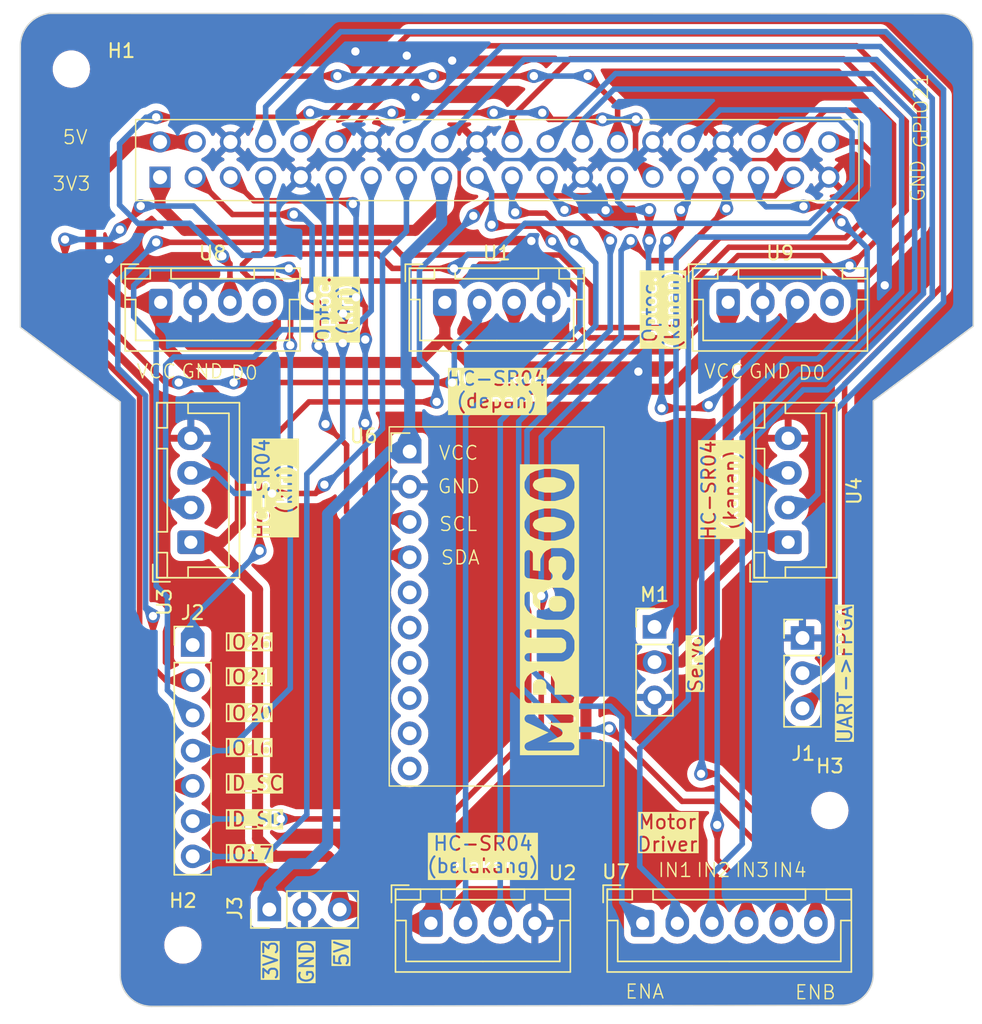
<source format=kicad_pcb>
(kicad_pcb (version 20221018) (generator pcbnew)
  (layers (0 "F.Cu" signal) (31 "B.Cu" signal) (34 "B.Paste" user) (35 "F.Paste" user) (36 "B.SilkS" user "B.Silkscreen") (37 "F.SilkS" user "F.Silkscreen") (38 "B.Mask" user) (39 "F.Mask" user) (44 "Edge.Cuts" user))
  (net 0 "")
  (net 1 "GND")
  (net 2 "IO14")
  (net 3 "IO15")
  (net 4 "IO26")
  (net 5 "IO21")
  (net 6 "IO20")
  (net 7 "IO16")
  (net 8 "ID_SC")
  (net 9 "ID_SD")
  (net 10 "IO17")
  (net 11 "+3V3")
  (net 12 "+5V")
  (net 13 "IO12")
  (net 14 "IO4")
  (net 15 "IO18")
  (net 16 "IO10")
  (net 17 "IO9")
  (net 18 "IO27")
  (net 19 "IO22")
  (net 20 "IO23")
  (net 21 "IO24")
  (net 22 "IO2")
  (net 23 "IO3")
  (net 24 "IO25")
  (net 25 "IO11")
  (net 26 "IO8")
  (net 27 "IO7")
  (net 28 "IO5")
  (net 29 "IO6")
  (net 30 "IO13")
  (net 31 "IO19")
  (footprint "MountingHole:MountingHole_2.2mm_M2" (layer "F.Cu") (at 100.33 124.7394)
    (fp_text reference "H2")
    (fp_text value "MountingHole")
  )
  (footprint "Connector_PinHeader_2.54mm:PinHeader_1x03_P2.54mm_Vertical" (layer "F.Cu") (at 134.3632 101.7966)
    (fp_text reference "M1")
    (fp_text value "Motor_Servo")
  )
  (footprint "RobotEvakuasiGempa_footprints:MODULE_RASPBERRY_PI_4B_4GB_Flat_Ribbon_Cable" (layer "F.Cu") (at 132.809 92.5974)
    (fp_text reference "U5" hide)
    (fp_text value "RASPBERRY_PI_4B_4GB" hide)
  )
  (footprint "Connector_PinHeader_2.54mm:PinHeader_1x03_P2.54mm_Vertical" (layer "F.Cu") (at 106.5624 122.1778 90)
    (fp_text reference "J3")
    (fp_text value "Conn_01x03")
  )
  (footprint "Connector_PinHeader_2.54mm:PinHeader_1x03_P2.54mm_Vertical" (layer "F.Cu") (at 145.0406 102.5944)
    (fp_text reference "J1")
    (fp_text value "Conn_01x03")
  )
  (footprint "RobotEvakuasiGempa_footprints:L298N" (layer "F.Cu") (at 133.5072 123.1716)
    (fp_text reference "U7")
    (fp_text value "~")
  )
  (footprint "MountingHole:MountingHole_2.2mm_M2" (layer "F.Cu") (at 92.2782 61.5696)
    (fp_text reference "H1")
    (fp_text value "MountingHole")
  )
  (footprint "Connector_JST:JST_XH_B4B-XH-A_1x04_P2.50mm_Vertical" (layer "F.Cu") (at 100.901 95.6926 90)
    (fp_text reference "U3")
    (fp_text value "~")
  )
  (footprint "Connector_JST:JST_XH_B4B-XH-A_1x04_P2.50mm_Vertical" (layer "F.Cu") (at 118.2292 123.1716)
    (fp_text reference "U2")
    (fp_text value "~")
  )
  (footprint "RobotEvakuasiGempa_footprints:Sensor Optocoupler" (layer "F.Cu") (at 139.6742 78.3928)
    (fp_text reference "U9")
    (fp_text value "~")
  )
  (footprint "RobotEvakuasiGempa_footprints:MPU-6500" (layer "F.Cu") (at 116.6927 89.1512)
    (fp_text reference "U6")
    (fp_text value "~")
  )
  (footprint "Connector_JST:JST_XH_B4B-XH-A_1x04_P2.50mm_Vertical" (layer "F.Cu") (at 119.2292 78.3928)
    (fp_text reference "U1")
    (fp_text value "~")
  )
  (footprint "Connector_JST:JST_XH_B4B-XH-A_1x04_P2.50mm_Vertical" (layer "F.Cu") (at 144.0058 95.6926 90)
    (fp_text reference "U4")
    (fp_text value "~")
  )
  (footprint "RobotEvakuasiGempa_footprints:Sensor Optocoupler" (layer "F.Cu") (at 98.7232 78.3928)
    (fp_text reference "U8")
    (fp_text value "~")
  )
  (footprint "MountingHole:MountingHole_2.2mm_M2" (layer "F.Cu") (at 147.0152 115.0366)
    (fp_text reference "H3")
    (fp_text value "MountingHole")
  )
  (footprint "Connector_PinHeader_2.54mm:PinHeader_1x07_P2.54mm_Vertical" (layer "F.Cu") (at 101.0346 103.1024)
    (fp_text reference "J2")
    (fp_text value "Conn_01x07")
  )
  (gr_arc (start 88.597385 59.917971) (mid 89.198057 58.338571) (end 90.696462 57.557485) (stroke (width 0.1)) (layer "Edge.Cuts"))
  (gr_line (start 95.809892 85.573685) (end 95.8088 126.8984) (stroke (width 0.1)) (layer "Edge.Cuts"))
  (gr_line (start 157.361015 59.841771) (end 157.3632 80.1116) (stroke (width 0.1)) (layer "Edge.Cuts"))
  (gr_line (start 147.889 129.0828) (end 98.0694 129.159) (stroke (width 0.1)) (layer "Edge.Cuts"))
  (gr_arc (start 150.1496 126.8222) (mid 149.487486 128.420686) (end 147.889 129.0828) (stroke (width 0.1)) (layer "Edge.Cuts"))
  (gr_line (start 90.696462 57.557485) (end 155.100415 57.581171) (stroke (width 0.1)) (layer "Edge.Cuts"))
  (gr_line (start 88.5952 80.1878) (end 95.809892 85.573685) (stroke (width 0.1)) (layer "Edge.Cuts"))
  (gr_arc (start 155.100415 57.581171) (mid 156.698901 58.243285) (end 157.361015 59.841771) (stroke (width 0.1)) (layer "Edge.Cuts"))
  (gr_line (start 157.3632 80.1116) (end 150.148508 85.497485) (stroke (width 0.1)) (layer "Edge.Cuts"))
  (gr_line (start 88.597385 59.917971) (end 88.5952 80.1878) (stroke (width 0.1)) (layer "Edge.Cuts"))
  (gr_line (start 150.148508 85.497485) (end 150.1496 126.8222) (stroke (width 0.1)) (layer "Edge.Cuts"))
  (gr_arc (start 98.0694 129.159) (mid 96.470914 128.496886) (end 95.8088 126.8984) (stroke (width 0.1)) (layer "Edge.Cuts"))
  (gr_text "GND" (at 109.8494 127.594314 90) (layer "F.SilkS" knockout) (effects (font (size 1 1)) (justify left bottom)))
  (gr_text "HC-SR04\n(kiri)" (at 108.267 91.8248 90) (layer "F.SilkS" knockout) (effects (font (size 1 1)) (justify bottom)))
  (gr_text "Servo" (at 137.9192 104.4486 90) (layer "F.SilkS" knockout) (effects (font (size 1 1)) (justify bottom)))
  (gr_text "HC-SR04\n(kanan)" (at 140.4752 91.942601 90) (layer "F.SilkS" knockout) (effects (font (size 1 1)) (justify bottom)))
  (gr_text "IO26" (at 103.2764 103.505) (layer "F.SilkS" knockout) (effects (font (size 1 1)) (justify left bottom)))
  (gr_text "IO21" (at 103.2764 106.0196) (layer "F.SilkS" knockout) (effects (font (size 1 1)) (justify left bottom)))
  (gr_text "IO16" (at 103.2764 111.125) (layer "F.SilkS" knockout) (effects (font (size 1 1)) (justify left bottom)))
  (gr_text "Optoc.\n(kanan)" (at 136.2198 78.9178 90) (layer "F.SilkS" knockout) (effects (font (size 1 1)) (justify bottom)))
  (gr_text "Motor\nDriver" (at 135.2964 118.063) (layer "F.SilkS" knockout) (effects (font (size 1 1)) (justify bottom)))
  (gr_text "IO20" (at 103.2764 108.6104) (layer "F.SilkS" knockout) (effects (font (size 1 1)) (justify left bottom)))
  (gr_text "ID_SC" (at 103.2764 113.665) (layer "F.SilkS" knockout) (effects (font (size 1 1)) (justify left bottom)))
  (gr_text "ID_SD" (at 103.2764 116.2558) (layer "F.SilkS" knockout) (effects (font (size 1 1)) (justify left bottom)))
  (gr_text "IO17" (at 103.2764 118.7704) (layer "F.SilkS" knockout) (effects (font (size 1 1)) (justify left bottom)))
  (gr_text "UART->FPGA" (at 148.6982 105.2106 90) (layer "F.SilkS" knockout) (effects (font (size 1 1)) (justify bottom)))
  (gr_text "HC-SR04\n(belakang)" (at 121.9792 119.6156) (layer "F.SilkS" knockout) (effects (font (size 1 1)) (justify bottom)))
  (gr_text "Optoc.\n(kiri)" (at 112.6748 78.917801 90) (layer "F.SilkS" knockout) (effects (font (size 1 1)) (justify bottom)))
  (gr_text "HC-SR04\n(depan)" (at 122.9792 86.089) (layer "F.SilkS" knockout) (effects (font (size 1 1)) (justify bottom)))
  (gr_text "3V3" (at 107.2586 127.3086 90) (layer "F.SilkS" knockout) (effects (font (size 1 1)) (justify left bottom)))
  (gr_text "5V" (at 112.364 126.356219 90) (layer "F.SilkS" knockout) (effects (font (size 1 1)) (justify left bottom)))
  (segment (start 125.476 73.9648) (end 120.904 73.9648) (width 0.25) (layer "F.Cu") (net 1))
  (segment (start 120.142 73.2028) (end 120.142 70.5104) (width 0.25) (layer "F.Cu") (net 1))
  (segment (start 146.939 69.3674) (end 145.669 68.0974) (width 0.25) (layer "F.Cu") (net 1))
  (segment (start 145.669 68.0974) (end 140.589 68.0974) (width 0.25) (layer "F.Cu") (net 1))
  (segment (start 120.904 73.9648) (end 120.142 73.2028) (width 0.25) (layer "F.Cu") (net 1))
  (segment (start 120.269 68.0974) (end 121.539 66.8274) (width 0.25) (layer "F.Cu") (net 1))
  (segment (start 120.269 70.3834) (end 120.269 68.0974) (width 0.25) (layer "F.Cu") (net 1))
  (segment (start 140.589 68.0974) (end 139.319 66.8274) (width 0.25) (layer "F.Cu") (net 1))
  (segment (start 120.142 70.5104) (end 120.269 70.3834) (width 0.25) (layer "F.Cu") (net 1))
  (via (at 150.9776 77.1652) (size 1) (drill 0.6) (layers "F.Cu" "B.Cu") (net 1))
  (via (at 119.761 60.96) (size 1) (drill 0.6) (layers "F.Cu" "B.Cu") (net 1))
  (via (at 130.8354 71.755) (size 1) (drill 0.6) (layers "F.Cu" "B.Cu") (net 1))
  (via (at 133.1976 83.3882) (size 1) (drill 0.6) (layers "F.Cu" "B.Cu") (net 1))
  (via (at 94.996 75.2856) (size 1) (drill 0.6) (layers "F.Cu" "B.Cu") (net 1))
  (via (at 112.776 60.2996) (size 1) (drill 0.6) (layers "F.Cu" "B.Cu") (net 1))
  (via (at 125.476 73.9648) (size 1) (drill 0.6) (layers "F.Cu" "B.Cu") (net 1))
  (via (at 117.1194 63.6016) (size 1) (drill 0.6) (layers "F.Cu" "B.Cu") (net 1))
  (via (at 116.4844 60.6044) (size 1) (drill 0.6) (layers "F.Cu" "B.Cu") (net 1))
  (segment (start 108.839 69.3674) (end 107.569 68.0974) (width 0.25) (layer "B.Cu") (net 1))
  (segment (start 121.4882 66.8274) (end 121.539 66.8274) (width 0.25) (layer "B.Cu") (net 1))
  (segment (start 121.6406 66.8274) (end 121.539 66.8274) (width 0.25) (layer "B.Cu") (net 1))
  (segment (start 107.569 68.0974) (end 105.029 68.0974) (width 0.25) (layer "B.Cu") (net 1))
  (segment (start 112.649 68.0974) (end 110.109 68.0974) (width 0.25) (layer "B.Cu") (net 1))
  (segment (start 105.029 68.0974) (end 103.759 66.8274) (width 0.25) (layer "B.Cu") (net 1))
  (segment (start 129.159 69.3674) (end 130.3782 68.1482) (width 0.25) (layer "B.Cu") (net 1))
  (segment (start 120.1928 68.1228) (end 121.4882 66.8274) (width 0.25) (layer "B.Cu") (net 1))
  (segment (start 132.9182 68.1482) (end 134.239 66.8274) (width 0.25) (layer "B.Cu") (net 1))
  (segment (start 127.889 68.0974) (end 122.9106 68.0974) (width 0.25) (layer "B.Cu") (net 1))
  (segment (start 113.919 66.8274) (end 112.649 68.0974) (width 0.25) (layer "B.Cu") (net 1))
  (segment (start 122.9106 68.0974) (end 121.6406 66.8274) (width 0.25) (layer "B.Cu") (net 1))
  (segment (start 113.919 66.8274) (end 115.2144 68.1228) (width 0.25) (layer "B.Cu") (net 1))
  (segment (start 115.2144 68.1228) (end 120.1928 68.1228) (width 0.25) (layer "B.Cu") (net 1))
  (segment (start 130.3782 68.1482) (end 132.9182 68.1482) (width 0.25) (layer "B.Cu") (net 1))
  (segment (start 110.109 68.0974) (end 108.839 69.3674) (width 0.25) (layer "B.Cu") (net 1))
  (segment (start 129.159 69.3674) (end 127.889 68.0974) (width 0.25) (layer "B.Cu") (net 1))
  (segment (start 155.2194 63.0428) (end 155.2194 78.3844) (width 0.4) (layer "B.Cu") (net 2))
  (segment (start 151.0538 58.8772) (end 155.2194 63.0428) (width 0.4) (layer "B.Cu") (net 2))
  (segment (start 155.2194 78.3844) (end 147.3962 86.2076) (width 0.4) (layer "B.Cu") (net 2))
  (segment (start 146.3256 105.1344) (end 145.0406 105.1344) (width 0.4) (layer "B.Cu") (net 2))
  (segment (start 147.3962 86.2076) (end 147.3962 104.0638) (width 0.4) (layer "B.Cu") (net 2))
  (segment (start 111.7092 58.8772) (end 151.0538 58.8772) (width 0.4) (layer "B.Cu") (net 2))
  (segment (start 106.299 66.8274) (end 106.299 64.2874) (width 0.4) (layer "B.Cu") (net 2))
  (segment (start 106.299 64.2874) (end 111.7092 58.8772) (width 0.4) (layer "B.Cu") (net 2))
  (segment (start 147.3962 104.0638) (end 146.3256 105.1344) (width 0.4) (layer "B.Cu") (net 2))
  (segment (start 150.6474 59.0296) (end 155.1178 63.5) (width 0.4) (layer "F.Cu") (net 3))
  (segment (start 148.082 84.2772) (end 148.082 104.633) (width 0.4) (layer "F.Cu") (net 3))
  (segment (start 155.1178 77.2414) (end 148.082 84.2772) (width 0.4) (layer "F.Cu") (net 3))
  (segment (start 155.1178 63.5) (end 155.1178 77.2414) (width 0.4) (layer "F.Cu") (net 3))
  (segment (start 116.6368 59.0296) (end 150.6474 59.0296) (width 0.4) (layer "F.Cu") (net 3))
  (segment (start 108.839 66.8274) (end 116.6368 59.0296) (width 0.4) (layer "F.Cu") (net 3))
  (segment (start 148.082 104.633) (end 145.0406 107.6744) (width 0.4) (layer "F.Cu") (net 3))
  (segment (start 105.8418 89.154) (end 105.8672 96.3168) (width 0.4) (layer "F.Cu") (net 4))
  (segment (start 118.6434 85.5726) (end 109.4232 85.5726) (width 0.4) (layer "F.Cu") (net 4))
  (segment (start 122.7328 70.7136) (end 143.0528 70.7136) (width 0.4) (layer "F.Cu") (net 4))
  (segment (start 109.4232 85.5726) (end 105.8418 89.154) (width 0.4) (layer "F.Cu") (net 4))
  (segment (start 121.285 72.1614) (end 122.7328 70.7136) (width 0.4) (layer "F.Cu") (net 4))
  (segment (start 143.0528 70.7136) (end 144.399 69.3674) (width 0.4) (layer "F.Cu") (net 4))
  (via (at 121.285 72.1614) (size 1) (drill 0.6) (layers "F.Cu" "B.Cu") (net 4))
  (via (at 118.6434 85.5726) (size 1) (drill 0.6) (layers "F.Cu" "B.Cu") (net 4))
  (via (at 105.8672 96.3168) (size 1) (drill 0.6) (layers "F.Cu" "B.Cu") (net 4))
  (segment (start 117.3988 82.4738) (end 118.6434 83.7184) (width 0.4) (layer "B.Cu") (net 4))
  (segment (start 121.285 72.1614) (end 117.3988 76.0476) (width 0.4) (layer "B.Cu") (net 4))
  (segment (start 117.3988 76.0476) (end 117.3988 82.4738) (width 0.4) (layer "B.Cu") (net 4))
  (segment (start 105.8672 96.3168) (end 101.0346 101.1494) (width 0.4) (layer "B.Cu") (net 4))
  (segment (start 101.0346 101.1494) (end 101.0346 103.1024) (width 0.4) (layer "B.Cu") (net 4))
  (segment (start 118.6434 83.7184) (end 118.6434 85.5726) (width 0.4) (layer "B.Cu") (net 4))
  (segment (start 136.6012 79.375) (end 136.6012 76.2) (width 0.4) (layer "F.Cu") (net 5))
  (segment (start 130.1496 80.2132) (end 135.763 80.2132) (width 0.4) (layer "F.Cu") (net 5))
  (segment (start 127.5334 74.9808) (end 129.794 77.2414) (width 0.4) (layer "F.Cu") (net 5))
  (segment (start 129.794 79.8576) (end 130.1496 80.2132) (width 0.4) (layer "F.Cu") (net 5))
  (segment (start 115.2144 74.0664) (end 116.1288 74.9808) (width 0.4) (layer "F.Cu") (net 5))
  (segment (start 99.1108 105.664) (end 101.013 105.664) (width 0.4) (layer "F.Cu") (net 5))
  (segment (start 98.171 104.7242) (end 99.1108 105.664) (width 0.4) (layer "F.Cu") (net 5))
  (segment (start 135.763 80.2132) (end 136.6012 79.375) (width 0.4) (layer "F.Cu") (net 5))
  (segment (start 150.622 68.2244) (end 149.225 66.8274) (width 0.4) (layer "F.Cu") (net 5))
  (segment (start 129.794 77.2414) (end 129.794 79.8576) (width 0.4) (layer "F.Cu") (net 5))
  (segment (start 139.065 73.7362) (end 148.1328 73.7362) (width 0.4) (layer "F.Cu") (net 5))
  (segment (start 150.622 71.247) (end 150.622 68.2244) (width 0.4) (layer "F.Cu") (net 5))
  (segment (start 98.171 101.0158) (end 98.171 104.7242) (width 0.4) (layer "F.Cu") (net 5))
  (segment (start 136.6012 76.2) (end 139.065 73.7362) (width 0.4) (layer "F.Cu") (net 5))
  (segment (start 149.225 66.8274) (end 146.939 66.8274) (width 0.4) (layer "F.Cu") (net 5))
  (segment (start 98.3996 74.0664) (end 115.2144 74.0664) (width 0.4) (layer "F.Cu") (net 5))
  (segment (start 101.013 105.664) (end 101.0346 105.6424) (width 0.4) (layer "F.Cu") (net 5))
  (segment (start 116.1288 74.9808) (end 127.5334 74.9808) (width 0.4) (layer "F.Cu") (net 5))
  (segment (start 148.1328 73.7362) (end 150.622 71.247) (width 0.4) (layer "F.Cu") (net 5))
  (via (at 98.3996 74.0664) (size 1) (drill 0.6) (layers "F.Cu" "B.Cu") (net 5))
  (via (at 98.171 101.0158) (size 1) (drill 0.6) (layers "F.Cu" "B.Cu") (net 5))
  (segment (start 95.631 83.1088) (end 95.631 76.835) (width 0.4) (layer "B.Cu") (net 5))
  (segment (start 98.171 101.0158) (end 97.6376 100.4824) (width 0.4) (layer "B.Cu") (net 5))
  (segment (start 97.6376 100.4824) (end 97.6376 85.1154) (width 0.4) (layer "B.Cu") (net 5))
  (segment (start 97.6376 85.1154) (end 95.631 83.1088) (width 0.4) (layer "B.Cu") (net 5))
  (segment (start 95.631 76.835) (end 98.3996 74.0664) (width 0.4) (layer "B.Cu") (net 5))
  (segment (start 108.8898 76.8604) (end 120.5484 76.8604) (width 0.4) (layer "F.Cu") (net 6))
  (segment (start 146.685 64.5414) (end 144.399 66.8274) (width 0.4) (layer "F.Cu") (net 6))
  (segment (start 121.7676 75.6412) (end 126.9238 75.6412) (width 0.4) (layer "F.Cu") (net 6))
  (segment (start 148.4376 74.422) (end 151.6126 71.247) (width 0.4) (layer "F.Cu") (net 6))
  (segment (start 120.5484 76.8604) (end 121.7676 75.6412) (width 0.4) (layer "F.Cu") (net 6))
  (segment (start 128.905 80.264) (end 128.9431 80.2259) (width 0.4) (layer "F.Cu") (net 6))
  (segment (start 139.7254 74.422) (end 148.4376 74.422) (width 0.4) (layer "F.Cu") (net 6))
  (segment (start 129.667 80.9498) (end 135.9154 80.9498) (width 0.4) (layer "F.Cu") (net 6))
  (segment (start 107.9754 75.946) (end 108.8898 76.8604) (width 0.4) (layer "F.Cu") (net 6))
  (segment (start 137.3124 79.5528) (end 137.3124 76.835) (width 0.4) (layer "F.Cu") (net 6))
  (segment (start 128.9431 80.2259) (end 129.667 80.9498) (width 0.4) (layer "F.Cu") (net 6))
  (segment (start 151.6126 71.247) (end 151.6126 65.5828) (width 0.4) (layer "F.Cu") (net 6))
  (segment (start 151.6126 65.5828) (end 150.5712 64.5414) (width 0.4) (layer "F.Cu") (net 6))
  (segment (start 135.9154 80.9498) (end 137.3124 79.5528) (width 0.4) (layer "F.Cu") (net 6))
  (segment (start 128.905 77.6224) (end 128.905 80.264) (width 0.4) (layer "F.Cu") (net 6))
  (segment (start 137.3124 76.835) (end 139.7254 74.422) (width 0.4) (layer "F.Cu") (net 6))
  (segment (start 150.5712 64.5414) (end 146.685 64.5414) (width 0.4) (layer "F.Cu") (net 6))
  (segment (start 126.9238 75.6412) (end 128.905 77.6224) (width 0.4) (layer "F.Cu") (net 6))
  (via (at 107.9754 75.946) (size 1) (drill 0.6) (layers "F.Cu" "B.Cu") (net 6))
  (segment (start 99.2124 106.3602) (end 101.0346 108.1824) (width 0.4) (layer "B.Cu") (net 6))
  (segment (start 96.774 79.4258) (end 98.3996 81.0514) (width 0.4) (layer "B.Cu") (net 6))
  (segment (start 97.9932 75.9714) (end 96.774 77.1906) (width 0.4) (layer "B.Cu") (net 6))
  (segment (start 99.2124 99.6538) (end 99.2124 106.3602) (width 0.4) (layer "B.Cu") (net 6))
  (segment (start 107.9754 75.946) (end 107.95 75.9714) (width 0.4) (layer "B.Cu") (net 6))
  (segment (start 96.774 77.1906) (end 96.774 79.4258) (width 0.4) (layer "B.Cu") (net 6))
  (segment (start 98.3996 81.0514) (end 98.3996 98.841) (width 0.4) (layer "B.Cu") (net 6))
  (segment (start 98.3996 98.841) (end 99.2124 99.6538) (width 0.4) (layer "B.Cu") (net 6))
  (segment (start 107.95 75.9714) (end 97.9932 75.9714) (width 0.4) (layer "B.Cu") (net 6))
  (segment (start 114.4016 74.9046) (end 115.443 75.946) (width 0.4) (layer "F.Cu") (net 7))
  (segment (start 115.443 75.946) (end 119.888 75.946) (width 0.4) (layer "F.Cu") (net 7))
  (segment (start 108.1024 80.6196) (end 108.1024 77.6478) (width 0.4) (layer "F.Cu") (net 7))
  (segment (start 105.1814 76.6826) (end 104.6226 76.1238) (width 0.4) (layer "F.Cu") (net 7))
  (segment (start 105.41 74.9046) (end 114.4016 74.9046) (width 0.4) (layer "F.Cu") (net 7))
  (segment (start 104.6226 75.692) (end 105.41 74.9046) (width 0.4) (layer "F.Cu") (net 7))
  (segment (start 108.1024 77.6478) (end 107.1372 76.6826) (width 0.4) (layer "F.Cu") (net 7))
  (segment (start 108.077 81.4832) (end 108.077 80.645) (width 0.4) (layer "F.Cu") (net 7))
  (segment (start 108.077 80.645) (end 108.1024 80.6196) (width 0.4) (layer "F.Cu") (net 7))
  (segment (start 107.1372 76.6826) (end 105.1814 76.6826) (width 0.4) (layer "F.Cu") (net 7))
  (segment (start 104.6226 76.1238) (end 104.6226 75.692) (width 0.4) (layer "F.Cu") (net 7))
  (via (at 119.888 75.946) (size 1) (drill 0.6) (layers "F.Cu" "B.Cu") (net 7))
  (via (at 108.077 81.4832) (size 1) (drill 0.6) (layers "F.Cu" "B.Cu") (net 7))
  (segment (start 119.888 75.946) (end 120.904 74.93) (width 0.4) (layer "B.Cu") (net 7))
  (segment (start 143.4846 65.2018) (end 141.859 66.8274) (width 0.4) (layer "B.Cu") (net 7))
  (segment (start 103.5774 110.7224) (end 101.0346 110.7224) (width 0.4) (layer "B.Cu") (net 7))
  (segment (start 122.7836 74.93) (end 125.0188 72.6948) (width 0.4) (layer "B.Cu") (net 7))
  (segment (start 145.542 72.6948) (end 148.6154 69.6214) (width 0.4) (layer "B.Cu") (net 7))
  (segment (start 148.6154 69.6214) (end 148.6154 66.1162) (width 0.4) (layer "B.Cu") (net 7))
  (segment (start 125.0188 72.6948) (end 145.542 72.6948) (width 0.4) (layer "B.Cu") (net 7))
  (segment (start 148.6154 66.1162) (end 147.701 65.2018) (width 0.4) (layer "B.Cu") (net 7))
  (segment (start 147.701 65.2018) (end 143.4846 65.2018) (width 0.4) (layer "B.Cu") (net 7))
  (segment (start 120.904 74.93) (end 122.7836 74.93) (width 0.4) (layer "B.Cu") (net 7))
  (segment (start 108.077 81.4832) (end 108.077 106.2228) (width 0.4) (layer "B.Cu") (net 7))
  (segment (start 108.077 106.2228) (end 103.5774 110.7224) (width 0.4) (layer "B.Cu") (net 7))
  (segment (start 125.6538 62.0776) (end 118.3386 62.0776) (width 0.4) (layer "F.Cu") (net 8))
  (segment (start 131.699 66.8274) (end 131.699 64.2112) (width 0.4) (layer "F.Cu") (net 8))
  (segment (start 89.9414 70.0024) (end 89.9414 77.851) (width 0.4) (layer "F.Cu") (net 8))
  (segment (start 131.699 64.2112) (end 129.5654 62.0776) (width 0.4) (layer "F.Cu") (net 8))
  (segment (start 89.9414 77.851) (end 97.2058 85.1154) (width 0.4) (layer "F.Cu") (net 8))
  (segment (start 97.2058 111.633) (end 98.8352 113.2624) (width 0.4) (layer "F.Cu") (net 8))
  (segment (start 98.8352 113.2624) (end 101.0346 113.2624) (width 0.4) (layer "F.Cu") (net 8))
  (segment (start 129.5654 62.0776) (end 129.54 62.0776) (width 0.4) (layer "F.Cu") (net 8))
  (segment (start 97.2058 85.1154) (end 97.2058 111.633) (width 0.4) (layer "F.Cu") (net 8))
  (segment (start 97.8662 62.0776) (end 89.9414 70.0024) (width 0.4) (layer "F.Cu") (net 8))
  (segment (start 111.4806 62.0776) (end 97.8662 62.0776) (width 0.4) (layer "F.Cu") (net 8))
  (via (at 118.3386 62.0776) (size 1) (drill 0.6) (layers "F.Cu" "B.Cu") (net 8))
  (via (at 111.4806 62.0776) (size 1) (drill 0.6) (layers "F.Cu" "B.Cu") (net 8))
  (via (at 129.54 62.0776) (size 1) (drill 0.6) (layers "F.Cu" "B.Cu") (net 8))
  (via (at 125.6538 62.0776) (size 1) (drill 0.6) (layers "F.Cu" "B.Cu") (net 8))
  (segment (start 118.3386 62.0776) (end 111.4806 62.0776) (width 0.4) (layer "B.Cu") (net 8))
  (segment (start 129.54 62.0776) (end 125.6538 62.0776) (width 0.4) (layer "B.Cu") (net 8))
  (segment (start 133.985 71.7296) (end 133.985 73.9394) (width 0.4) (layer "F.Cu") (net 9))
  (segment (start 126.1872 108.7882) (end 126.1872 99.568) (width 0.4) (layer "F.Cu") (net 9))
  (segment (start 119.3292 115.6462) (end 126.1872 108.7882) (width 0.4) (layer "F.Cu") (net 9))
  (segment (start 107.3912 115.6462) (end 119.3292 115.6462) (width 0.4) (layer "F.Cu") (net 9))
  (via (at 133.985 71.7296) (size 1) (drill 0.6) (layers "F.Cu" "B.Cu") (net 9))
  (via (at 133.985 73.9394) (size 1) (drill 0.6) (layers "F.Cu" "B.Cu") (net 9))
  (via (at 126.1872 99.568) (size 1) (drill 0.6) (layers "F.Cu" "B.Cu") (net 9))
  (via (at 107.3912 115.6462) (size 1) (drill 0.6) (layers "F.Cu" "B.Cu") (net 9))
  (segment (start 133.985 71.7296) (end 132.334 71.7296) (width 0.4) (layer "B.Cu") (net 9))
  (segment (start 133.9342 73.9902) (end 133.9342 80.3656) (width 0.4) (layer "B.Cu") (net 9))
  (segment (start 131.699 71.0946) (end 131.699 69.3674) (width 0.4) (layer "B.Cu") (net 9))
  (segment (start 132.334 71.7296) (end 131.699 71.0946) (width 0.4) (layer "B.Cu") (net 9))
  (segment (start 133.9342 80.3656) (end 126.1872 88.1126) (width 0.4) (layer "B.Cu") (net 9))
  (segment (start 107.3912 115.6462) (end 101.1908 115.6462) (width 0.4) (layer "B.Cu") (net 9))
  (segment (start 101.1908 115.6462) (end 101.0346 115.8024) (width 0.4) (layer "B.Cu") (net 9))
  (segment (start 133.985 73.9394) (end 133.9342 73.9902) (width 0.4) (layer "B.Cu") (net 9))
  (segment (start 126.1872 88.1126) (end 126.1872 99.568) (width 0.4) (layer "B.Cu") (net 9))
  (segment (start 111.887 81.3054) (end 111.8616 81.3308) (width 0.4) (layer "F.Cu") (net 10))
  (segment (start 111.887 79.1972) (end 111.887 81.3054) (width 0.4) (layer "F.Cu") (net 10))
  (via (at 111.887 79.1972) (size 1) (drill 0.6) (layers "F.Cu" "B.Cu") (net 10))
  (via (at 111.8616 81.3308) (size 1) (drill 0.6) (layers "F.Cu" "B.Cu") (net 10))
  (segment (start 111.8616 88.1888) (end 109.2708 90.7796) (width 0.4) (layer "B.Cu") (net 10))
  (segment (start 109.2708 90.7796) (end 109.2708 115.3414) (width 0.4) (layer "B.Cu") (net 10))
  (segment (start 111.379 69.3674) (end 111.379 78.6892) (width 0.4) (layer "B.Cu") (net 10))
  (segment (start 111.379 78.6892) (end 111.887 79.1972) (width 0.4) (layer "B.Cu") (net 10))
  (segment (start 109.2708 115.3414) (end 106.2482 118.364) (width 0.4) (layer "B.Cu") (net 10))
  (segment (start 106.2482 118.364) (end 101.0562 118.364) (width 0.4) (layer "B.Cu") (net 10))
  (segment (start 101.0562 118.364) (end 101.0346 118.3424) (width 0.4) (layer "B.Cu") (net 10))
  (segment (start 111.8616 81.3308) (end 111.8616 88.1888) (width 0.4) (layer "B.Cu") (net 10))
  (segment (start 118.999 71.2978) (end 118.999 69.3674) (width 0.8) (layer "F.Cu") (net 11))
  (segment (start 98.679 71.4248) (end 100.457 73.2028) (width 0.8) (layer "F.Cu") (net 11))
  (segment (start 117.094 73.2028) (end 118.999 71.2978) (width 0.8) (layer "F.Cu") (net 11))
  (segment (start 98.679 69.3674) (end 98.679 71.4248) (width 0.8) (layer "F.Cu") (net 11))
  (segment (start 100.457 73.2028) (end 117.094 73.2028) (width 0.8) (layer "F.Cu") (net 11))
  (segment (start 116.4336 75.184) (end 116.4336 84.2264) (width 0.8) (layer "B.Cu") (net 11))
  (segment (start 106.5624 120.4628) (end 106.5624 122.1778) (width 0.8) (layer "B.Cu") (net 11))
  (segment (start 108.1532 118.872) (end 106.5624 120.4628) (width 0.8) (layer "B.Cu") (net 11))
  (segment (start 118.999 69.3674) (end 118.999 72.6186) (width 0.8) (layer "B.Cu") (net 11))
  (segment (start 110.7694 117.4496) (end 109.347 118.872) (width 0.8) (layer "B.Cu") (net 11))
  (segment (start 115.268 89.1512) (end 110.7694 93.6498) (width 0.8) (layer "B.Cu") (net 11))
  (segment (start 116.6927 89.1512) (end 115.268 89.1512) (width 0.8) (layer "B.Cu") (net 11))
  (segment (start 110.7694 93.6498) (end 110.7694 117.4496) (width 0.8) (layer "B.Cu") (net 11))
  (segment (start 116.4336 84.2264) (end 116.6927 84.4855) (width 0.8) (layer "B.Cu") (net 11))
  (segment (start 118.999 72.6186) (end 116.4336 75.184) (width 0.8) (layer "B.Cu") (net 11))
  (segment (start 116.6927 84.4855) (end 116.6927 89.1512) (width 0.8) (layer "B.Cu") (net 11))
  (segment (start 109.347 118.872) (end 108.1532 118.872) (width 0.8) (layer "B.Cu") (net 11))
  (segment (start 122.8598 84.6582) (end 135.4582 84.6582) (width 0.8) (layer "F.Cu") (net 12))
  (segment (start 96.7232 66.8274) (end 98.679 66.8274) (width 0.8) (layer "F.Cu") (net 12))
  (segment (start 100.901 95.6926) (end 103.0878 95.6926) (width 0.8) (layer "F.Cu") (net 12))
  (segment (start 115.45 123.1716) (end 118.2292 123.1716) (width 0.8) (layer "F.Cu") (net 12))
  (segment (start 139.6742 93.9034) (end 141.4018 95.631) (width 0.8) (layer "F.Cu") (net 12))
  (segment (start 111.6584 119.2022) (end 111.6584 122.1618) (width 0.8) (layer "F.Cu") (net 12))
  (segment (start 104.4702 86.995) (end 102.616 85.1408) (width 0.8) (layer "F.Cu") (net 12))
  (segment (start 139.6742 80.4422) (end 139.6742 78.3928) (width 0.8) (layer "F.Cu") (net 12))
  (segment (start 105.7148 117.0686) (end 106.9848 118.3386) (width 0.8) (layer "F.Cu") (net 12))
  (segment (start 139.6742 78.3928) (end 139.6742 93.9034) (width 0.8) (layer "F.Cu") (net 12))
  (segment (start 111.6424 122.1778) (end 114.4562 122.1778) (width 0.8) (layer "F.Cu") (net 12))
  (segment (start 93.6752 69.8754) (end 96.7232 66.8274) (width 0.8) (layer "F.Cu") (net 12))
  (segment (start 118.2292 121.8516) (end 120.4976 119.5832) (width 0.8) (layer "F.Cu") (net 12))
  (segment (start 119.2292 78.3928) (end 119.2292 81.0276) (width 0.8) (layer "F.Cu") (net 12))
  (segment (start 100.901 95.6926) (end 102.2966 95.6926) (width 0.8) (layer "F.Cu") (net 12))
  (segment (start 120.4976 119.5832) (end 127.762 119.5832) (width 0.8) (layer "F.Cu") (net 12))
  (segment (start 138.3284 98.7044) (end 141.4018 95.631) (width 0.8) (layer "F.Cu") (net 12))
  (segment (start 102.616 85.1408) (end 102.616 85.0646) (width 0.8) (layer "F.Cu") (net 12))
  (segment (start 129.413 107.2388) (end 132.3152 104.3366) (width 0.8) (layer "F.Cu") (net 12))
  (segment (start 100.2792 82.7278) (end 117.3226 82.7278) (width 0.8) (layer "F.Cu") (net 12))
  (segment (start 117.3226 82.7278) (end 119.2292 80.8212) (width 0.8) (layer "F.Cu") (net 12))
  (segment (start 104.4702 94.3102) (end 104.4702 86.995) (width 0.8) (layer "F.Cu") (net 12))
  (segment (start 143.9442 95.631) (end 144.0058 95.6926) (width 0.8) (layer "F.Cu") (net 12))
  (segment (start 102.2966 95.6926) (end 105.7148 99.1108) (width 0.8) (layer "F.Cu") (net 12))
  (segment (start 138.3284 102.3112) (end 138.3284 98.7044) (width 0.8) (layer "F.Cu") (net 12))
  (segment (start 93.6752 75.9968) (end 93.6752 69.8754) (width 0.8) (layer "F.Cu") (net 12))
  (segment (start 110.7948 118.3386) (end 111.6584 119.2022) (width 0.8) (layer "F.Cu") (net 12))
  (segment (start 103.0878 95.6926) (end 104.4702 94.3102) (width 0.8) (layer "F.Cu") (net 12))
  (segment (start 129.413 117.9322) (end 129.413 107.2388) (width 0.8) (layer "F.Cu") (net 12))
  (segment (start 105.7148 99.1108) (end 105.7148 117.0686) (width 0.8) (layer "F.Cu") (net 12))
  (segment (start 96.0712 78.3928) (end 93.6752 75.9968) (width 0.8) (layer "F.Cu") (net 12))
  (segment (start 119.2292 80.8212) (end 119.2292 78.3928) (width 0.8) (layer "F.Cu") (net 12))
  (segment (start 98.7232 78.3928) (end 98.7232 81.1718) (width 0.8) (layer "F.Cu") (net 12))
  (segment (start 134.3632 104.3366) (end 136.303 104.3366) (width 0.8) (layer "F.Cu") (net 12))
  (segment (start 118.2292 123.1716) (end 118.2292 121.8516) (width 0.8) (layer "F.Cu") (net 12))
  (segment (start 98.7232 81.1718) (end 100.2792 82.7278) (width 0.8) (layer "F.Cu") (net 12))
  (segment (start 141.4018 95.631) (end 143.9442 95.631) (width 0.8) (layer "F.Cu") (net 12))
  (segment (start 127.762 119.5832) (end 129.413 117.9322) (width 0.8) (layer "F.Cu") (net 12))
  (segment (start 98.7232 78.3928) (end 96.0712 78.3928) (width 0.8) (layer "F.Cu") (net 12))
  (segment (start 136.303 104.3366) (end 138.3284 102.3112) (width 0.8) (layer "F.Cu") (net 12))
  (segment (start 106.9848 118.3386) (end 110.7948 118.3386) (width 0.8) (layer "F.Cu") (net 12))
  (segment (start 111.6584 122.1618) (end 111.6424 122.1778) (width 0.8) (layer "F.Cu") (net 12))
  (segment (start 102.616 85.0646) (end 98.7232 81.1718) (width 0.8) (layer "F.Cu") (net 12))
  (segment (start 119.2292 81.0276) (end 122.8598 84.6582) (width 0.8) (layer "F.Cu") (net 12))
  (segment (start 114.4562 122.1778) (end 115.45 123.1716) (width 0.8) (layer "F.Cu") (net 12))
  (segment (start 132.3152 104.3366) (end 134.3632 104.3366) (width 0.8) (layer "F.Cu") (net 12))
  (segment (start 98.679 66.8274) (end 101.219 66.8274) (width 0.8) (layer "F.Cu") (net 12))
  (segment (start 135.4582 84.6582) (end 139.6742 80.4422) (width 0.8) (layer "F.Cu") (net 12))
  (segment (start 149.2504 69.9262) (end 145.4912 73.6854) (width 0.4) (layer "B.Cu") (net 13))
  (segment (start 139.0904 64.516) (end 148.1836 64.516) (width 0.4) (layer "B.Cu") (net 13))
  (segment (start 135.9154 75.2094) (end 135.9154 100.2444) (width 0.4) (layer "B.Cu") (net 13))
  (segment (start 149.2504 65.5828) (end 149.2504 69.9262) (width 0.4) (layer "B.Cu") (net 13))
  (segment (start 145.4912 73.6854) (end 137.4394 73.6854) (width 0.4) (layer "B.Cu") (net 13))
  (segment (start 137.4394 73.6854) (end 135.9154 75.2094) (width 0.4) (layer "B.Cu") (net 13))
  (segment (start 136.779 66.8274) (end 139.0904 64.516) (width 0.4) (layer "B.Cu") (net 13))
  (segment (start 135.9154 100.2444) (end 134.3632 101.7966) (width 0.4) (layer "B.Cu") (net 13))
  (segment (start 148.1836 64.516) (end 149.2504 65.5828) (width 0.4) (layer "B.Cu") (net 13))
  (segment (start 119.761 84.1756) (end 103.9876 84.1756) (width 0.4) (layer "F.Cu") (net 14))
  (segment (start 91.821 76.9366) (end 91.821 73.8632) (width 0.4) (layer "F.Cu") (net 14))
  (segment (start 97.282 71.6534) (end 97.282 71.4502) (width 0.4) (layer "F.Cu") (net 14))
  (segment (start 95.7834 73.152) (end 97.282 71.6534) (width 0.4) (layer "F.Cu") (net 14))
  (segment (start 97.282 71.4502) (end 97.282 71.5264) (width 0.4) (layer "F.Cu") (net 14))
  (segment (start 100.0252 84.1756) (end 99.06 84.1756) (width 0.4) (layer "F.Cu") (net 14))
  (segment (start 99.06 84.1756) (end 91.821 76.9366) (width 0.4) (layer "F.Cu") (net 14))
  (via (at 103.9876 84.1756) (size 1) (drill 0.6) (layers "F.Cu" "B.Cu") (net 14))
  (via (at 95.7834 73.152) (size 1) (drill 0.6) (layers "F.Cu" "B.Cu") (net 14))
  (via (at 119.761 84.1756) (size 1) (drill 0.6) (layers "F.Cu" "B.Cu") (net 14))
  (via (at 100.0252 84.1756) (size 1) (drill 0.6) (layers "F.Cu" "B.Cu") (net 14))
  (via (at 97.282 71.4502) (size 1) (drill 0.6) (layers "F.Cu" "B.Cu") (net 14))
  (via (at 91.821 73.8632) (size 1) (drill 0.6) (layers "F.Cu" "B.Cu") (net 14))
  (segment (start 104.648 75.0062) (end 105.9434 75.0062) (width 0.4) (layer "B.Cu") (net 14))
  (segment (start 119.9134 81.5086) (end 119.9134 84.0232) (width 0.4) (layer "B.Cu") (net 14))
  (segment (start 119.9134 84.0232) (end 119.761 84.1756) (width 0.4) (layer "B.Cu") (net 14))
  (segment (start 105.9434 75.0062) (end 106.3752 74.5744) (width 0.4) (layer "B.Cu") (net 14))
  (segment (start 97.282 71.4502) (end 101.092 71.4502) (width 0.4) (layer "B.Cu") (net 14))
  (segment (start 91.821 73.8632) (end 95.0722 73.8632) (width 0.4) (layer "B.Cu") (net 14))
  (segment (start 103.9876 84.1756) (end 100.0252 84.1756) (width 0.4) (layer "B.Cu") (net 14))
  (segment (start 121.7292 78.3928) (end 121.7292 79.6928) (width 0.4) (layer "B.Cu") (net 14))
  (segment (start 106.3752 69.4436) (end 106.299 69.3674) (width 0.4) (layer "B.Cu") (net 14))
  (segment (start 106.3752 74.5744) (end 106.3752 69.4436) (width 0.4) (layer "B.Cu") (net 14))
  (segment (start 121.7292 79.6928) (end 119.9134 81.5086) (width 0.4) (layer "B.Cu") (net 14))
  (segment (start 95.0722 73.8632) (end 95.7834 73.152) (width 0.4) (layer "B.Cu") (net 14))
  (segment (start 101.092 71.4502) (end 104.648 75.0062) (width 0.4) (layer "B.Cu") (net 14))
  (segment (start 148.9456 59.8932) (end 118.491 59.8932) (width 0.4) (layer "F.Cu") (net 15))
  (segment (start 153.4922 72.7964) (end 153.4922 64.4398) (width 0.4) (layer "F.Cu") (net 15))
  (segment (start 146.396 75.022) (end 148.1328 76.7588) (width 0.4) (layer "F.Cu") (net 15))
  (segment (start 135.7756 81.9532) (end 138.0998 79.629) (width 0.4) (layer "F.Cu") (net 15))
  (segment (start 148.1328 76.7588) (end 149.5298 76.7588) (width 0.4) (layer "F.Cu") (net 15))
  (segment (start 153.4922 64.4398) (end 148.9456 59.8932) (width 0.4) (layer "F.Cu") (net 15))
  (segment (start 138.0998 77.3176) (end 140.3954 75.022) (width 0.4) (layer "F.Cu") (net 15))
  (segment (start 149.5298 76.7588) (end 153.4922 72.7964) (width 0.4) (layer "F.Cu") (net 15))
  (segment (start 118.491 59.8932) (end 111.5568 66.8274) (width 0.4) (layer "F.Cu") (net 15))
  (segment (start 111.5568 66.8274) (end 111.379 66.8274) (width 0.4) (layer "F.Cu") (net 15))
  (segment (start 138.0998 79.629) (end 138.0998 77.3176) (width 0.4) (layer "F.Cu") (net 15))
  (segment (start 124.2292 78.3928) (end 124.2292 81.2016) (width 0.4) (layer "F.Cu") (net 15))
  (segment (start 140.3954 75.022) (end 146.396 75.022) (width 0.4) (layer "F.Cu") (net 15))
  (segment (start 124.2292 81.2016) (end 124.9808 81.9532) (width 0.4) (layer "F.Cu") (net 15))
  (segment (start 124.9808 81.9532) (end 135.7756 81.9532) (width 0.4) (layer "F.Cu") (net 15))
  (segment (start 125.8824 72.898) (end 122.7074 72.898) (width 0.4) (layer "F.Cu") (net 16))
  (segment (start 126.9746 73.9902) (end 125.8824 72.898) (width 0.4) (layer "F.Cu") (net 16))
  (segment (start 122.7074 72.898) (end 122.6058 72.7964) (width 0.4) (layer "F.Cu") (net 16))
  (via (at 122.6058 72.7964) (size 1) (drill 0.6) (layers "F.Cu" "B.Cu") (net 16))
  (via (at 126.9746 73.9902) (size 1) (drill 0.6) (layers "F.Cu" "B.Cu") (net 16))
  (segment (start 128.9812 75.9968) (end 128.9812 80.0608) (width 0.4) (layer "B.Cu") (net 16))
  (segment (start 128.9812 80.0608) (end 124.1806 84.8614) (width 0.4) (layer "B.Cu") (net 16))
  (segment (start 122.4534 84.8614) (end 120.7292 86.5856) (width 0.4) (layer "B.Cu") (net 16))
  (segment (start 126.9746 73.9902) (end 128.9812 75.9968) (width 0.4) (layer "B.Cu") (net 16))
  (segment (start 122.6058 72.7964) (end 122.6058 70.4342) (width 0.4) (layer "B.Cu") (net 16))
  (segment (start 122.6058 70.4342) (end 121.539 69.3674) (width 0.4) (layer "B.Cu") (net 16))
  (segment (start 120.7292 86.5856) (end 120.7292 123.1716) (width 0.4) (layer "B.Cu") (net 16))
  (segment (start 124.1806 84.8614) (end 122.4534 84.8614) (width 0.4) (layer "B.Cu") (net 16))
  (segment (start 124.4854 71.9582) (end 124.46 71.9328) (width 0.4) (layer "F.Cu") (net 17))
  (segment (start 126.5174 71.9582) (end 124.4854 71.9582) (width 0.4) (layer "F.Cu") (net 17))
  (segment (start 124.46 71.9328) (end 124.3076 71.9074) (width 0.4) (layer "F.Cu") (net 17))
  (segment (start 124.3076 71.9074) (end 124.4092 71.9328) (width 0.4) (layer "F.Cu") (net 17))
  (segment (start 124.4092 71.9328) (end 124.4346 71.9328) (width 0.4) (layer "F.Cu") (net 17))
  (segment (start 128.5748 74.0156) (end 126.5174 71.9582) (width 0.4) (layer "F.Cu") (net 17))
  (via (at 124.3076 71.9074) (size 1) (drill 0.6) (layers "F.Cu" "B.Cu") (net 17))
  (via (at 128.5748 74.0156) (size 1) (drill 0.6) (layers "F.Cu" "B.Cu") (net 17))
  (segment (start 130.1242 75.565) (end 130.1242 80.0608) (width 0.4) (layer "B.Cu") (net 17))
  (segment (start 124.079 71.6788) (end 124.079 69.3674) (width 0.4) (layer "B.Cu") (net 17))
  (segment (start 130.1242 80.0608) (end 123.2292 86.9558) (width 0.4) (layer "B.Cu") (net 17))
  (segment (start 128.5748 74.0156) (end 130.1242 75.565) (width 0.4) (layer "B.Cu") (net 17))
  (segment (start 124.3076 71.9074) (end 124.079 71.6788) (width 0.4) (layer "B.Cu") (net 17))
  (segment (start 123.2292 86.9558) (end 123.2292 123.1716) (width 0.4) (layer "B.Cu") (net 17))
  (segment (start 99.0854 92.6084) (end 99.0854 82.931) (width 0.4) (layer "B.Cu") (net 18))
  (segment (start 113.919 69.3674) (end 113.919 78.994) (width 0.4) (layer "B.Cu") (net 18))
  (segment (start 99.0854 82.931) (end 99.6823 82.3341) (width 0.4) (layer "B.Cu") (net 18))
  (segment (start 107.442 80.3656) (end 105.4735 82.3341) (width 0.4) (layer "B.Cu") (net 18))
  (segment (start 100.901 93.1926) (end 99.6696 93.1926) (width 0.4) (layer "B.Cu") (net 18))
  (segment (start 113.919 78.994) (end 112.5474 80.3656) (width 0.4) (layer "B.Cu") (net 18))
  (segment (start 112.5474 80.3656) (end 107.442 80.3656) (width 0.4) (layer "B.Cu") (net 18))
  (segment (start 99.6696 93.1926) (end 99.0854 92.6084) (width 0.4) (layer "B.Cu") (net 18))
  (segment (start 99.6823 82.3341) (end 105.4735 82.3341) (width 0.4) (layer "B.Cu") (net 18))
  (segment (start 110.5408 91.5416) (end 109.9058 92.1766) (width 0.4) (layer "F.Cu") (net 19))
  (segment (start 109.9058 92.1766) (end 106.7562 92.1766) (width 0.4) (layer "F.Cu") (net 19))
  (via (at 110.5408 91.5416) (size 1) (drill 0.6) (layers "F.Cu" "B.Cu") (net 19))
  (via (at 106.7562 92.1766) (size 1) (drill 0.6) (layers "F.Cu" "B.Cu") (net 19))
  (segment (start 106.7562 92.1766) (end 104.0892 92.1766) (width 0.4) (layer "B.Cu") (net 19))
  (segment (start 116.459 73.279) (end 114.7318 75.0062) (width 0.4) (layer "B.Cu") (net 19))
  (segment (start 116.459 69.3674) (end 116.459 73.279) (width 0.4) (layer "B.Cu") (net 19))
  (segment (start 114.7318 75.0062) (end 114.7318 87.503) (width 0.4) (layer "B.Cu") (net 19))
  (segment (start 102.6052 90.6926) (end 100.901 90.6926) (width 0.4) (layer "B.Cu") (net 19))
  (segment (start 110.6932 91.5416) (end 110.5408 91.5416) (width 0.4) (layer "B.Cu") (net 19))
  (segment (start 110.5408 91.5416) (end 110.5408 91.694) (width 0.4) (layer "B.Cu") (net 19))
  (segment (start 114.7318 87.503) (end 110.6932 91.5416) (width 0.4) (layer "B.Cu") (net 19))
  (segment (start 110.5408 91.694) (end 110.6932 91.5416) (width 0.4) (layer "B.Cu") (net 19))
  (segment (start 104.0892 92.1766) (end 102.6052 90.6926) (width 0.4) (layer "B.Cu") (net 19))
  (segment (start 146.1516 92.202) (end 145.161 93.1926) (width 0.4) (layer "B.Cu") (net 20))
  (segment (start 154.4066 63.7032) (end 154.4066 77.978) (width 0.4) (layer "B.Cu") (net 20))
  (segment (start 150.6474 59.944) (end 154.4066 63.7032) (width 0.4) (layer "B.Cu") (net 20))
  (segment (start 154.4066 77.978) (end 146.1516 86.233) (width 0.4) (layer "B.Cu") (net 20))
  (segment (start 145.161 93.1926) (end 144.0058 93.1926) (width 0.4) (layer "B.Cu") (net 20))
  (segment (start 146.1516 86.233) (end 146.1516 92.202) (width 0.4) (layer "B.Cu") (net 20))
  (segment (start 123.3424 59.944) (end 150.6474 59.944) (width 0.4) (layer "B.Cu") (net 20))
  (segment (start 116.459 66.8274) (end 123.3424 59.944) (width 0.4) (layer "B.Cu") (net 20))
  (segment (start 141.5542 89.9414) (end 141.5542 88.2396) (width 0.4) (layer "B.Cu") (net 21))
  (segment (start 145.089964 84.703836) (end 146.832236 84.703836) (width 0.4) (layer "B.Cu") (net 21))
  (segment (start 141.5542 88.2396) (end 145.089964 84.703836) (width 0.4) (layer "B.Cu") (net 21))
  (segment (start 142.3054 90.6926) (end 141.5542 89.9414) (width 0.4) (layer "B.Cu") (net 21))
  (segment (start 150.368 60.8838) (end 124.9426 60.8838) (width 0.4) (layer "B.Cu") (net 21))
  (segment (start 124.9426 60.8838) (end 118.999 66.8274) (width 0.4) (layer "B.Cu") (net 21))
  (segment (start 146.832236 84.703836) (end 153.7716 77.764472) (width 0.4) (layer "B.Cu") (net 21))
  (segment (start 144.0058 90.6926) (end 142.3054 90.6926) (width 0.4) (layer "B.Cu") (net 21))
  (segment (start 153.7716 64.2874) (end 150.368 60.8838) (width 0.4) (layer "B.Cu") (net 21))
  (segment (start 153.7716 77.764472) (end 153.7716 64.2874) (width 0.4) (layer "B.Cu") (net 21))
  (segment (start 109.4232 77.9272) (end 109.5248 78.0288) (width 0.4) (layer "F.Cu") (net 22))
  (segment (start 109.6518 77.9272) (end 109.4232 77.9272) (width 0.4) (layer "F.Cu") (net 22))
  (segment (start 110.109 81.534) (end 110.109 78.3844) (width 0.4) (layer "F.Cu") (net 22))
  (segment (start 108.331 72.0598) (end 103.9114 72.0598) (width 0.4) (layer "F.Cu") (net 22))
  (segment (start 112.141 93.5228) (end 112.141 88.6968) (width 0.4) (layer "F.Cu") (net 22))
  (segment (start 116.6927 96.7712) (end 115.3894 96.7712) (width 0.4) (layer "F.Cu") (net 22))
  (segment (start 112.141 88.6968) (end 110.617 87.1728) (width 0.4) (layer "F.Cu") (net 22))
  (segment (start 115.3894 96.7712) (end 112.141 93.5228) (width 0.4) (layer "F.Cu") (net 22))
  (segment (start 103.9114 72.0598) (end 101.219 69.3674) (width 0.4) (layer "F.Cu") (net 22))
  (segment (start 110.109 78.3844) (end 109.6518 77.9272) (width 0.4) (layer "F.Cu") (net 22))
  (via (at 108.331 72.0598) (size 1) (drill 0.6) (layers "F.Cu" "B.Cu") (net 22))
  (via (at 109.6518 77.9272) (size 1) (drill 0.6) (layers "F.Cu" "B.Cu") (net 22))
  (via (at 110.109 81.534) (size 1) (drill 0.6) (layers "F.Cu" "B.Cu") (net 22))
  (via (at 110.617 87.1728) (size 1) (drill 0.6) (layers "F.Cu" "B.Cu") (net 22))
  (segment (start 108.7882 72.0598) (end 108.331 72.0598) (width 0.4) (layer "B.Cu") (net 22))
  (segment (start 109.6518 72.9234) (end 108.7882 72.0598) (width 0.4) (layer "B.Cu") (net 22))
  (segment (start 108.331 72.0598) (end 108.6104 72.136) (width 0.4) (layer "B.Cu") (net 22))
  (segment (start 110.617 82.042) (end 110.109 81.534) (width 0.4) (layer "B.Cu") (net 22))
  (segment (start 110.617 87.1728) (end 110.617 82.042) (width 0.4) (layer "B.Cu") (net 22))
  (segment (start 109.6518 77.9272) (end 109.6518 72.9234) (width 0.4) (layer "B.Cu") (net 22))
  (segment (start 105.4608 71.0692) (end 103.759 69.3674) (width 0.4) (layer "F.Cu") (net 23))
  (segment (start 116.6927 94.2312) (end 115.5164 94.2312) (width 0.4) (layer "F.Cu") (net 23))
  (segment (start 115.5164 94.2312) (end 114.4778 93.1926) (width 0.4) (layer "F.Cu") (net 23))
  (segment (start 114.4778 93.1926) (end 113.4872 92.202) (width 0.4) (layer "F.Cu") (net 23))
  (segment (start 113.4872 78.6892) (end 112.8268 78.0288) (width 0.4) (layer "F.Cu") (net 23))
  (segment (start 113.4872 81.0768) (end 113.4872 78.6892) (width 0.4) (layer "F.Cu") (net 23))
  (segment (start 112.3696 71.0692) (end 105.4608 71.0692) (width 0.4) (layer "F.Cu") (net 23))
  (segment (start 112.5982 71.2978) (end 112.3696 71.0692) (width 0.4) (layer "F.Cu") (net 23))
  (segment (start 113.4872 92.202) (end 113.4872 87.0966) (width 0.4) (layer "F.Cu") (net 23))
  (via (at 113.4872 87.0966) (size 1) (drill 0.6) (layers "F.Cu" "B.Cu") (net 23))
  (via (at 112.5982 71.2978) (size 1) (drill 0.6) (layers "F.Cu" "B.Cu") (net 23))
  (via (at 113.4872 81.0768) (size 1) (drill 0.6) (layers "F.Cu" "B.Cu") (net 23))
  (via (at 112.8268 78.0288) (size 1) (drill 0.6) (layers "F.Cu" "B.Cu") (net 23))
  (segment (start 112.8268 78.0288) (end 112.8268 71.5264) (width 0.4) (layer "B.Cu") (net 23))
  (segment (start 113.4872 87.0966) (end 113.4872 81.0768) (width 0.4) (layer "B.Cu") (net 23))
  (segment (start 112.8268 71.5264) (end 112.5982 71.2978) (width 0.4) (layer "B.Cu") (net 23))
  (segment (start 148.5392 75.7428) (end 152.527 71.755) (width 0.4) (layer "F.Cu") (net 24))
  (segment (start 148.0058 60.833) (end 128.27 60.833) (width 0.4) (layer "F.Cu") (net 24))
  (segment (start 152.527 71.755) (end 152.527 65.3542) (width 0.4) (layer "F.Cu") (net 24))
  (segment (start 152.527 65.3542) (end 148.0058 60.833) (width 0.4) (layer "F.Cu") (net 24))
  (segment (start 124.079 65.024) (end 124.079 66.8274) (width 0.4) (layer "F.Cu") (net 24))
  (segment (start 148.4376 75.7428) (end 148.5392 75.7428) (width 0.4) (layer "F.Cu") (net 24))
  (segment (start 128.27 60.833) (end 124.079 65.024) (width 0.4) (layer "F.Cu") (net 24))
  (via (at 148.4376 75.7428) (size 1) (drill 0.6) (layers "F.Cu" "B.Cu") (net 24))
  (segment (start 133.2992 119.0752) (end 136.0072 121.7832) (width 0.4) (layer "B.Cu") (net 24))
  (segment (start 148.4376 75.7428) (end 148.4122 75.7682) (width 0.4) (layer "B.Cu") (net 24))
  (segment (start 136.0072 121.7832) (end 136.0072 123.1716) (width 0.4) (layer "B.Cu") (net 24))
  (segment (start 148.4122 75.7682) (end 137.668 75.7682) (width 0.4) (layer "B.Cu") (net 24))
  (segment (start 136.8044 76.6318) (end 136.8044 107.0356) (width 0.4) (layer "B.Cu") (net 24))
  (segment (start 136.8044 107.0356) (end 133.2992 110.5408) (width 0.4) (layer "B.Cu") (net 24))
  (segment (start 137.668 75.7682) (end 136.8044 76.6318) (width 0.4) (layer "B.Cu") (net 24))
  (segment (start 133.2992 110.5408) (end 133.2992 119.0752) (width 0.4) (layer "B.Cu") (net 24))
  (segment (start 143.5072 123.1716) (end 143.5072 119.1486) (width 0.4) (layer "F.Cu") (net 25))
  (segment (start 143.5072 119.1486) (end 138.7348 114.3762) (width 0.4) (layer "F.Cu") (net 25))
  (segment (start 136.3472 114.3762) (end 131.0894 109.1184) (width 0.4) (layer "F.Cu") (net 25))
  (segment (start 128.9558 71.7296) (end 127.8636 71.7296) (width 0.4) (layer "F.Cu") (net 25))
  (segment (start 138.7348 114.3762) (end 136.3472 114.3762) (width 0.4) (layer "F.Cu") (net 25))
  (segment (start 131.1656 73.9394) (end 128.9558 71.7296) (width 0.4) (layer "F.Cu") (net 25))
  (via (at 131.1656 73.9394) (size 1) (drill 0.6) (layers "F.Cu" "B.Cu") (net 25))
  (via (at 127.8636 71.7296) (size 1) (drill 0.6) (layers "F.Cu" "B.Cu") (net 25))
  (via (at 131.0894 109.1184) (size 1) (drill 0.6) (layers "F.Cu" "B.Cu") (net 25))
  (segment (start 124.5616 86.995) (end 124.5616 105.9688) (width 0.4) (layer "B.Cu") (net 25))
  (segment (start 131.1656 73.9394) (end 131.1656 80.391) (width 0.4) (layer "B.Cu") (net 25))
  (segment (start 126.619 70.485) (end 126.619 69.3674) (width 0.4) (layer "B.Cu") (net 25))
  (segment (start 124.5616 105.9688) (end 127.7874 109.1946) (width 0.4) (layer "B.Cu") (net 25))
  (segment (start 131.1656 80.391) (end 124.5616 86.995) (width 0.4) (layer "B.Cu") (net 25))
  (segment (start 127.8636 71.7296) (end 126.619 70.485) (width 0.4) (layer "B.Cu") (net 25))
  (segment (start 127.7874 109.1946) (end 131.0132 109.1946) (width 0.4) (layer "B.Cu") (net 25))
  (segment (start 153.1366 64.9732) (end 150.0632 61.8998) (width 0.4) (layer "B.Cu") (net 26))
  (segment (start 140.6906 117.4496) (end 140.6906 88.138) (width 0.4) (layer "B.Cu") (net 26))
  (segment (start 153.1366 77.550944) (end 153.1366 64.9732) (width 0.4) (layer "B.Cu") (net 26))
  (segment (start 150.0632 61.8998) (end 131.5466 61.8998) (width 0.4) (layer "B.Cu") (net 26))
  (segment (start 138.5072 119.633) (end 140.6906 117.4496) (width 0.4) (layer "B.Cu") (net 26))
  (segment (start 140.6906 88.138) (end 144.879228 83.949372) (width 0.4) (layer "B.Cu") (net 26))
  (segment (start 131.5466 61.8998) (end 126.619 66.8274) (width 0.4) (layer "B.Cu") (net 26))
  (segment (start 138.5072 123.1716) (end 138.5072 119.633) (width 0.4) (layer "B.Cu") (net 26))
  (segment (start 146.738172 83.949372) (end 153.1366 77.550944) (width 0.4) (layer "B.Cu") (net 26))
  (segment (start 144.879228 83.949372) (end 146.738172 83.949372) (width 0.4) (layer "B.Cu") (net 26))
  (segment (start 138.8872 116.078) (end 138.8872 118.5672) (width 0.4) (layer "F.Cu") (net 27))
  (segment (start 138.8872 118.5672) (end 141.0072 120.6872) (width 0.4) (layer "F.Cu") (net 27))
  (segment (start 141.0072 120.6872) (end 141.0072 123.1716) (width 0.4) (layer "F.Cu") (net 27))
  (via (at 138.8872 116.078) (size 1) (drill 0.6) (layers "F.Cu" "B.Cu") (net 27))
  (segment (start 129.159 65.3034) (end 129.159 66.8274) (width 0.4) (layer "B.Cu") (net 27))
  (segment (start 144.731992 83.207608) (end 146.631408 83.207608) (width 0.4) (layer "B.Cu") (net 27))
  (segment (start 138.8872 89.0524) (end 144.731992 83.207608) (width 0.4) (layer "B.Cu") (net 27))
  (segment (start 152.1968 77.642216) (end 152.1968 65.0494) (width 0.4) (layer "B.Cu") (net 27))
  (segment (start 131.445 63.0174) (end 129.159 65.3034) (width 0.4) (layer "B.Cu") (net 27))
  (segment (start 146.631408 83.207608) (end 152.1968 77.642216) (width 0.4) (layer "B.Cu") (net 27))
  (segment (start 138.8872 116.078) (end 138.8872 89.0524) (width 0.4) (layer "B.Cu") (net 27))
  (segment (start 150.1648 63.0174) (end 131.445 63.0174) (width 0.4) (layer "B.Cu") (net 27))
  (segment (start 152.1968 65.0494) (end 150.1648 63.0174) (width 0.4) (layer "B.Cu") (net 27))
  (segment (start 134.239 69.3674) (end 132.9944 68.1228) (width 0.4) (layer "F.Cu") (net 28))
  (segment (start 109.1692 65.0494) (end 98.3996 65.0494) (width 0.4) (layer "F.Cu") (net 28))
  (segment (start 103.7232 75.6054) (end 103.1748 75.057) (width 0.4) (layer "F.Cu") (net 28))
  (segment (start 103.7232 78.3928) (end 103.7232 75.6054) (width 0.4) (layer "F.Cu") (net 28))
  (segment (start 126.746 65.2018) (end 126.2634 64.7192) (width 0.4) (layer "F.Cu") (net 28))
  (segment (start 109.4994 64.7192) (end 109.1692 65.0494) (width 0.4) (layer "F.Cu") (net 28))
  (segment (start 132.9944 68.1228) (end 132.9944 65.2272) (width 0.4) (layer "F.Cu") (net 28))
  (segment (start 130.6068 65.2018) (end 126.746 65.2018) (width 0.4) (layer "F.Cu") (net 28))
  (segment (start 122.7582 64.7192) (end 115.3922 64.7192) (width 0.4) (layer "F.Cu") (net 28))
  (via (at 130.6068 65.2018) (size 1) (drill 0.6) (layers "F.Cu" "B.Cu") (net 28))
  (via (at 126.2634 64.7192) (size 1) (drill 0.6) (layers "F.Cu" "B.Cu") (net 28))
  (via (at 115.3922 64.7192) (size 1) (drill 0.6) (layers "F.Cu" "B.Cu") (net 28))
  (via (at 103.1748 75.057) (size 1) (drill 0.6) (layers "F.Cu" "B.Cu") (net 28))
  (via (at 133.0198 65.2018) (size 1) (drill 0.6) (layers "F.Cu" "B.Cu") (net 28))
  (via (at 109.4994 64.7192) (size 1) (drill 0.6) (layers "F.Cu" "B.Cu") (net 28))
  (via (at 98.3996 65.0494) (size 1) (drill 0.6) (layers "F.Cu" "B.Cu") (net 28))
  (via (at 122.7582 64.7192) (size 1) (drill 0.6) (layers "F.Cu" "B.Cu") (net 28))
  (segment (start 115.3922 64.7192) (end 109.4994 64.7192) (width 0.4) (layer "B.Cu") (net 28))
  (segment (start 126.2634 64.7192) (end 122.7582 64.7192) (width 0.4) (layer "B.Cu") (net 28))
  (segment (start 97.0788 72.6948) (end 100.8126 72.6948) (width 0.4) (layer "B.Cu") (net 28))
  (segment (start 95.758 71.374) (end 97.0788 72.6948) (width 0.4) (layer "B.Cu") (net 28))
  (segment (start 133.0198 65.2018) (end 130.6068 65.2018) (width 0.4) (layer "B.Cu") (net 28))
  (segment (start 97.663 65.0494) (end 95.758 66.9544) (width 0.4) (layer "B.Cu") (net 28))
  (segment (start 95.758 66.9544) (end 95.758 71.374) (width 0.4) (layer "B.Cu") (net 28))
  (segment (start 100.8126 72.6948) (end 103.1748 75.057) (width 0.4) (layer "B.Cu") (net 28))
  (segment (start 98.3996 65.0494) (end 97.663 65.0494) (width 0.4) (layer "B.Cu") (net 28))
  (segment (start 138.0236 86.0298) (end 138.2522 85.8012) (width 0.4) (layer "F.Cu") (net 29))
  (segment (start 138.2522 85.8012) (end 138.2776 85.8012) (width 0.4) (layer "F.Cu") (net 29))
  (segment (start 138.2776 85.8012) (end 138.2776 85.7758) (width 0.4) (layer "F.Cu") (net 29))
  (segment (start 136.271 72.9488) (end 135.2804 73.9394) (width 0.4) (layer "F.Cu") (net 29))
  (segment (start 134.874 86.0298) (end 138.0236 86.0298) (width 0.4) (layer "F.Cu") (net 29))
  (segment (start 138.2776 85.7758) (end 138.2522 85.8012) (width 0.4) (layer "F.Cu") (net 29))
  (segment (start 136.271 71.7296) (end 136.271 72.9488) (width 0.4) (layer "F.Cu") (net 29))
  (via (at 138.2776 85.8012) (size 1) (drill 0.6) (layers "F.Cu" "B.Cu") (net 29))
  (via (at 135.2804 73.9394) (size 1) (drill 0.6) (layers "F.Cu" "B.Cu") (net 29))
  (via (at 136.271 71.7296) (size 1) (drill 0.6) (layers "F.Cu" "B.Cu") (net 29))
  (via (at 134.874 86.0298) (size 1) (drill 0.6) (layers "F.Cu" "B.Cu") (net 29))
  (segment (start 138.2776 85.8012) (end 144.6742 79.4046) (width 0.4) (layer "B.Cu") (net 29))
  (segment (start 135.2804 73.9394) (end 134.874 74.3458) (width 0.4) (layer "B.Cu") (net 29))
  (segment (start 136.779 69.3674) (end 136.779 71.2216) (width 0.4) (layer "B.Cu") (net 29))
  (segment (start 134.874 74.3458) (end 134.874 86.0298) (width 0.4) (layer "B.Cu") (net 29))
  (segment (start 136.779 71.2216) (end 136.271 71.7296) (width 0.4) (layer "B.Cu") (net 29))
  (segment (start 144.6742 79.4046) (end 144.6742 78.3928) (width 0.4) (layer "B.Cu") (net 29))
  (segment (start 134.0612 75.3872) (end 135.7884 75.3872) (width 0.4) (layer "F.Cu") (net 30))
  (segment (start 135.7884 75.3872) (end 139.5476 71.628) (width 0.4) (layer "F.Cu") (net 30))
  (segment (start 132.6388 73.9648) (end 134.0612 75.3872) (width 0.4) (layer "F.Cu") (net 30))
  (via (at 139.5476 71.628) (size 1) (drill 0.6) (layers "F.Cu" "B.Cu") (net 30))
  (via (at 132.6388 73.9648) (size 1) (drill 0.6) (layers "F.Cu" "B.Cu") (net 30))
  (segment (start 131.953 74.6506) (end 131.953 80.8736) (width 0.4) (layer "B.Cu") (net 30))
  (segment (start 125.1616 87.665) (end 125.1616 104.5464) (width 0.4) (layer "B.Cu") (net 30))
  (segment (start 128.1334 107.5182) (end 131.1656 107.5182) (width 0.4) (layer "B.Cu") (net 30))
  (segment (start 131.953 80.8736) (end 125.1616 87.665) (width 0.4) (layer "B.Cu") (net 30))
  (segment (start 131.1656 107.5182) (end 132.0038 108.3564) (width 0.4) (layer "B.Cu") (net 30))
  (segment (start 132.0038 108.3564) (end 132.0038 121.6682) (width 0.4) (layer "B.Cu") (net 30))
  (segment (start 139.5476 69.596) (end 139.319 69.3674) (width 0.4) (layer "B.Cu") (net 30))
  (segment (start 132.0038 121.6682) (end 133.5072 123.1716) (width 0.4) (layer "B.Cu") (net 30))
  (segment (start 139.5476 71.628) (end 139.5476 69.596) (width 0.4) (layer "B.Cu") (net 30))
  (segment (start 132.6388 73.9648) (end 131.953 74.6506) (width 0.4) (layer "B.Cu") (net 30))
  (segment (start 125.1616 104.5464) (end 128.1334 107.5182) (width 0.4) (layer "B.Cu") (net 30))
  (segment (start 146.0072 119.5912) (end 146.0072 123.1716) (width 0.4) (layer "F.Cu") (net 31))
  (segment (start 145.1102 71.4756) (end 146.7358 71.4756) (width 0.4) (layer "F.Cu") (net 31))
  (segment (start 137.721366 112.395) (end 138.811 112.395) (width 0.4) (layer "F.Cu") (net 31))
  (segment (start 138.811 112.395) (end 146.0072 119.5912) (width 0.4) (layer "F.Cu") (net 31))
  (segment (start 146.7358 71.4756) (end 147.8534 72.6186) (width 0.4) (layer "F.Cu") (net 31))
  (via (at 147.8534 72.6186) (size 1) (drill 0.6) (layers "F.Cu" "B.Cu") (net 31))
  (via (at 145.1102 71.4756) (size 1) (drill 0.6) (layers "F.Cu" "B.Cu") (net 31))
  (via (at 137.721366 112.395) (size 1) (drill 0.6) (layers "F.Cu" "B.Cu") (net 31))
  (segment (start 142.4178 71.501) (end 145.0848 71.501) (width 0.4) (layer "B.Cu") (net 31))
  (segment (start 141.859 70.9422) (end 142.4178 71.501) (width 0.4) (layer "B.Cu") (net 31))
  (segment (start 149.7076 74.4728) (end 147.8534 72.6186) (width 0.4) (layer "B.Cu") (net 31))
  (segment (start 143.8148 82.4738) (end 146.1516 82.4738) (width 0.4) (layer "B.Cu") (net 31))
  (segment (start 137.721366 112.395) (end 137.7696 112.346766) (width 0.4) (layer "B.Cu") (net 31))
  (segment (start 137.7696 112.346766) (end 137.7696 88.519) (width 0.4) (layer "B.Cu") (net 31))
  (segment (start 149.7076 78.9178) (end 149.7076 74.4728) (width 0.4) (layer "B.Cu") (net 31))
  (segment (start 141.859 69.3674) (end 141.859 70.9422) (width 0.4) (layer "B.Cu") (net 31))
  (segment (start 137.7696 88.519) (end 143.8148 82.4738) (width 0.4) (layer "B.Cu") (net 31))
  (segment (start 146.1516 82.4738) (end 149.7076 78.9178) (width 0.4) (layer "B.Cu") (net 31))
  (zone (net 1) (net_name "GND") (layers "F&B.Cu") (connect_pads (clearance 0.5)) (min_thickness 0.25) (fill yes (thermal_gap 0.5) (thermal_bridge_width 0.5))
    (polygon (pts (xy 88.1126 56.5912) (xy 158.0134 57.3532) (xy 157.1244 130.429) (xy 87.2236 129.667)))
  )
)
</source>
